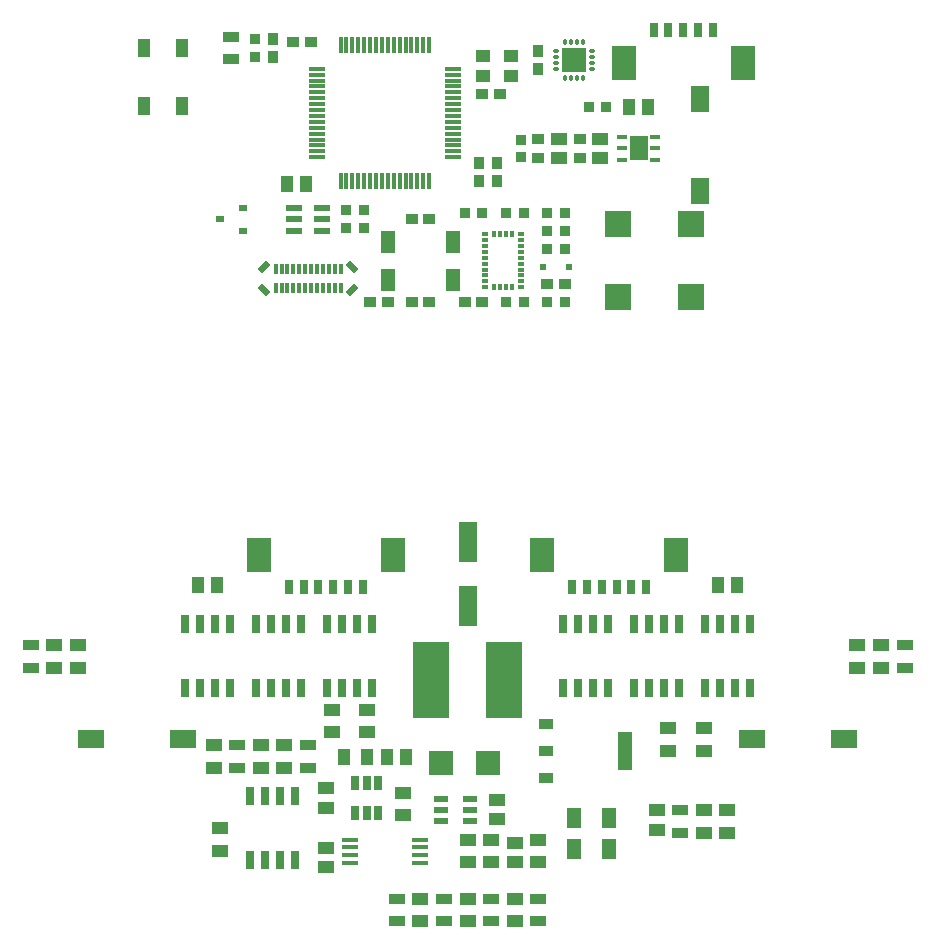
<source format=gtp>
G04*
G04 #@! TF.GenerationSoftware,Altium Limited,Altium Designer,20.0.13 (296)*
G04*
G04 Layer_Color=8421504*
%FSLAX25Y25*%
%MOIN*%
G70*
G01*
G75*
%ADD20R,0.03937X0.05906*%
%ADD21R,0.12008X0.25591*%
%ADD22R,0.01181X0.05807*%
%ADD23R,0.05807X0.01181*%
%ADD24R,0.01181X0.03347*%
G04:AMPARAMS|DCode=25|XSize=40.55mil|YSize=19.68mil|CornerRadius=0mil|HoleSize=0mil|Usage=FLASHONLY|Rotation=225.000|XOffset=0mil|YOffset=0mil|HoleType=Round|Shape=Rectangle|*
%AMROTATEDRECTD25*
4,1,4,0.00738,0.02130,0.02130,0.00738,-0.00738,-0.02130,-0.02130,-0.00738,0.00738,0.02130,0.0*
%
%ADD25ROTATEDRECTD25*%

G04:AMPARAMS|DCode=26|XSize=40.55mil|YSize=19.68mil|CornerRadius=0mil|HoleSize=0mil|Usage=FLASHONLY|Rotation=135.000|XOffset=0mil|YOffset=0mil|HoleType=Round|Shape=Rectangle|*
%AMROTATEDRECTD26*
4,1,4,0.02130,-0.00738,0.00738,-0.02130,-0.02130,0.00738,-0.00738,0.02130,0.02130,-0.00738,0.0*
%
%ADD26ROTATEDRECTD26*%

%ADD27R,0.03150X0.05118*%
%ADD28R,0.08268X0.11811*%
%ADD29R,0.05512X0.03543*%
%ADD30R,0.02756X0.02362*%
%ADD31R,0.03819X0.04095*%
%ADD32R,0.07874X0.07874*%
%ADD33O,0.01181X0.02559*%
%ADD34O,0.02559X0.01181*%
%ADD35R,0.04764X0.04173*%
%ADD36R,0.05900X0.07900*%
%ADD37R,0.03200X0.01600*%
%ADD38R,0.03937X0.03347*%
%ADD39R,0.04095X0.03819*%
%ADD40R,0.05354X0.02362*%
%ADD41R,0.04016X0.05787*%
%ADD42R,0.02756X0.06004*%
%ADD43R,0.05709X0.03937*%
%ADD44R,0.04921X0.07087*%
%ADD45R,0.06299X0.08622*%
%ADD46R,0.05787X0.04016*%
%ADD47R,0.03543X0.03740*%
%ADD48R,0.03740X0.03543*%
%ADD49R,0.05158X0.03661*%
%ADD50R,0.05158X0.12756*%
%ADD51R,0.08622X0.06299*%
%ADD52R,0.08268X0.11811*%
%ADD53R,0.03150X0.05118*%
%ADD54R,0.06299X0.13780*%
%ADD55R,0.05118X0.07480*%
%ADD56R,0.02362X0.01181*%
%ADD57R,0.01181X0.02362*%
%ADD58R,0.08661X0.08661*%
%ADD59R,0.02362X0.02362*%
%ADD60R,0.02559X0.04724*%
%ADD61R,0.05807X0.01772*%
%ADD62R,0.03937X0.05709*%
%ADD63R,0.04724X0.02362*%
D20*
X-107899Y100794D02*
D03*
Y120085D02*
D03*
X-95301Y100794D02*
D03*
Y120085D02*
D03*
D21*
X12205Y-90551D02*
D03*
X-12205D02*
D03*
D22*
X-42323Y75835D02*
D03*
X-40354D02*
D03*
X-38386D02*
D03*
X-36417D02*
D03*
X-34449Y75835D02*
D03*
X-32480Y75835D02*
D03*
X-30512D02*
D03*
X-28543D02*
D03*
X-26575D02*
D03*
X-24606D02*
D03*
X-22638D02*
D03*
X-20669Y75835D02*
D03*
X-18701Y75835D02*
D03*
X-16732D02*
D03*
X-14764D02*
D03*
X-12795D02*
D03*
Y121016D02*
D03*
X-14764D02*
D03*
X-16732D02*
D03*
X-18701D02*
D03*
X-20669Y121016D02*
D03*
X-22638Y121016D02*
D03*
X-24606D02*
D03*
X-26575D02*
D03*
X-28543D02*
D03*
X-30512D02*
D03*
X-32480D02*
D03*
X-34449Y121016D02*
D03*
X-36417Y121016D02*
D03*
X-38386D02*
D03*
X-40354D02*
D03*
X-42323D02*
D03*
D23*
X-4969Y83661D02*
D03*
Y85630D02*
D03*
Y87598D02*
D03*
Y89567D02*
D03*
X-4969Y91535D02*
D03*
X-4969Y93504D02*
D03*
Y95472D02*
D03*
Y97441D02*
D03*
Y99410D02*
D03*
Y101378D02*
D03*
Y103347D02*
D03*
X-4969Y105315D02*
D03*
X-4969Y107283D02*
D03*
Y109252D02*
D03*
Y111221D02*
D03*
Y113189D02*
D03*
X-50150D02*
D03*
Y111221D02*
D03*
Y109252D02*
D03*
Y107283D02*
D03*
X-50150Y105315D02*
D03*
X-50150Y103347D02*
D03*
Y101378D02*
D03*
Y99410D02*
D03*
Y97441D02*
D03*
Y95472D02*
D03*
Y93504D02*
D03*
X-50150Y91535D02*
D03*
X-50150Y89567D02*
D03*
Y87598D02*
D03*
Y85630D02*
D03*
Y83661D02*
D03*
D24*
X-42323Y40039D02*
D03*
X-44291D02*
D03*
X-46260D02*
D03*
X-48228D02*
D03*
X-50197D02*
D03*
X-52165D02*
D03*
X-54134D02*
D03*
X-56102D02*
D03*
X-58071D02*
D03*
X-60039D02*
D03*
X-62008D02*
D03*
X-63976D02*
D03*
Y46575D02*
D03*
X-62008D02*
D03*
X-60039D02*
D03*
X-58071D02*
D03*
X-56102D02*
D03*
X-54134D02*
D03*
X-52165D02*
D03*
X-50197D02*
D03*
X-48228D02*
D03*
X-46260D02*
D03*
X-44291D02*
D03*
X-42323D02*
D03*
D25*
X-38386Y39370D02*
D03*
X-67913Y47244D02*
D03*
D26*
X-38386D02*
D03*
X-67913Y39370D02*
D03*
D27*
X62063Y125957D02*
D03*
X66984D02*
D03*
X71905D02*
D03*
X76827D02*
D03*
X81748D02*
D03*
D28*
X91787Y114933D02*
D03*
X52024D02*
D03*
D29*
X-78740Y116339D02*
D03*
Y123819D02*
D03*
X23622Y-163583D02*
D03*
Y-171063D02*
D03*
X145669Y-78937D02*
D03*
Y-86417D02*
D03*
X-145669Y-78937D02*
D03*
Y-86417D02*
D03*
X-76772Y-119882D02*
D03*
Y-112402D02*
D03*
X-53150Y-119882D02*
D03*
Y-112402D02*
D03*
X70866Y-134055D02*
D03*
Y-141535D02*
D03*
X-23622Y-171063D02*
D03*
Y-163583D02*
D03*
X-7874Y-163583D02*
D03*
Y-171063D02*
D03*
X7874Y-163583D02*
D03*
Y-171063D02*
D03*
D30*
X-82677Y62992D02*
D03*
X-74803Y66732D02*
D03*
Y59252D02*
D03*
D31*
X-64961Y122992D02*
D03*
Y117165D02*
D03*
X23622Y113228D02*
D03*
Y119055D02*
D03*
X9843Y81653D02*
D03*
Y75827D02*
D03*
X3937D02*
D03*
Y81653D02*
D03*
D32*
X35433Y116142D02*
D03*
X6890Y-118110D02*
D03*
X-8858D02*
D03*
D33*
X32480Y122244D02*
D03*
X34449D02*
D03*
X36417D02*
D03*
X38386D02*
D03*
Y110039D02*
D03*
X36417D02*
D03*
X34449D02*
D03*
X32480D02*
D03*
D34*
X41535Y119095D02*
D03*
Y117126D02*
D03*
Y115157D02*
D03*
Y113189D02*
D03*
X29331D02*
D03*
Y115157D02*
D03*
Y117126D02*
D03*
Y119095D02*
D03*
D35*
X5315Y117421D02*
D03*
X14370D02*
D03*
Y110925D02*
D03*
X5315D02*
D03*
D36*
X57187Y86714D02*
D03*
D37*
X51587Y82914D02*
D03*
Y86614D02*
D03*
Y90314D02*
D03*
X62587D02*
D03*
Y86614D02*
D03*
Y82914D02*
D03*
D38*
X37402Y83465D02*
D03*
Y89764D02*
D03*
X23622D02*
D03*
Y83465D02*
D03*
D39*
X-32441Y35433D02*
D03*
X-26614D02*
D03*
X4961Y104724D02*
D03*
X10787D02*
D03*
X-52205Y122047D02*
D03*
X-58031D02*
D03*
X-12835Y62992D02*
D03*
X-18661D02*
D03*
Y35433D02*
D03*
X-12835D02*
D03*
X4882D02*
D03*
X-945D02*
D03*
X32441Y41339D02*
D03*
X26614D02*
D03*
D40*
X-48524Y66732D02*
D03*
Y62992D02*
D03*
Y59252D02*
D03*
X-57776D02*
D03*
Y62992D02*
D03*
Y66732D02*
D03*
D41*
X89803Y-59055D02*
D03*
X83425D02*
D03*
X-83425D02*
D03*
X-89803D02*
D03*
X-60276Y74803D02*
D03*
X-53898D02*
D03*
X53898Y100394D02*
D03*
X60276D02*
D03*
X-26811Y-116142D02*
D03*
X-20433D02*
D03*
D42*
X-79114Y-72000D02*
D03*
X-89114D02*
D03*
X-94114D02*
D03*
X-84114D02*
D03*
X-79114Y-93354D02*
D03*
X-89114D02*
D03*
X-94114D02*
D03*
X-84114D02*
D03*
X-70492Y-93354D02*
D03*
X-65492D02*
D03*
X-60492D02*
D03*
X-55492D02*
D03*
Y-72000D02*
D03*
X-60492D02*
D03*
X-65492D02*
D03*
X-70492D02*
D03*
X-31870D02*
D03*
X-36870D02*
D03*
X-41870D02*
D03*
X-46870D02*
D03*
Y-93354D02*
D03*
X-41870D02*
D03*
X-36870D02*
D03*
X-31870D02*
D03*
X55492D02*
D03*
X60492D02*
D03*
X65492D02*
D03*
X70492D02*
D03*
Y-72000D02*
D03*
X65492D02*
D03*
X60492D02*
D03*
X55492D02*
D03*
X46870Y-72000D02*
D03*
X41870D02*
D03*
X36870D02*
D03*
X31870D02*
D03*
Y-93354D02*
D03*
X36870D02*
D03*
X41870D02*
D03*
X46870D02*
D03*
X79114Y-72000D02*
D03*
X84114D02*
D03*
X89114D02*
D03*
X94114D02*
D03*
Y-93354D02*
D03*
X89114D02*
D03*
X84114D02*
D03*
X79114D02*
D03*
X-72461Y-150441D02*
D03*
X-67461D02*
D03*
X-62461D02*
D03*
X-57460D02*
D03*
Y-129087D02*
D03*
X-62461D02*
D03*
X-67461D02*
D03*
X-72461D02*
D03*
D43*
X78740Y-114173D02*
D03*
Y-106693D02*
D03*
X66929Y-114173D02*
D03*
Y-106693D02*
D03*
X86614Y-141535D02*
D03*
Y-134055D02*
D03*
X-33465Y-108071D02*
D03*
Y-100591D02*
D03*
X-45276Y-108071D02*
D03*
Y-100591D02*
D03*
X137795Y-86417D02*
D03*
Y-78937D02*
D03*
X129921Y-86417D02*
D03*
Y-78937D02*
D03*
X-129921Y-86417D02*
D03*
Y-78937D02*
D03*
X-68898Y-112402D02*
D03*
Y-119882D02*
D03*
X-61024Y-119882D02*
D03*
Y-112401D02*
D03*
X-82677Y-139961D02*
D03*
Y-147441D02*
D03*
X-21654Y-135630D02*
D03*
Y-128150D02*
D03*
X23622Y-151378D02*
D03*
Y-143898D02*
D03*
X7874D02*
D03*
Y-151378D02*
D03*
X0D02*
D03*
Y-143898D02*
D03*
X78740Y-141535D02*
D03*
Y-134055D02*
D03*
X-84646Y-119882D02*
D03*
Y-112402D02*
D03*
X0Y-171063D02*
D03*
Y-163583D02*
D03*
X15748Y-171063D02*
D03*
Y-163583D02*
D03*
X-15748Y-163583D02*
D03*
Y-171063D02*
D03*
X-137795Y-78937D02*
D03*
Y-86417D02*
D03*
D44*
X47244Y-146850D02*
D03*
Y-136614D02*
D03*
X35433Y-146850D02*
D03*
Y-136614D02*
D03*
D45*
X77342Y72480D02*
D03*
Y103080D02*
D03*
D46*
X30512Y89803D02*
D03*
Y83425D02*
D03*
X44291Y89803D02*
D03*
Y83425D02*
D03*
X-47244Y-126732D02*
D03*
Y-133110D02*
D03*
Y-152795D02*
D03*
Y-146417D02*
D03*
X15748Y-145000D02*
D03*
Y-151378D02*
D03*
X9843Y-137047D02*
D03*
Y-130669D02*
D03*
X62992Y-140433D02*
D03*
Y-134055D02*
D03*
D47*
X46260Y100394D02*
D03*
X40354D02*
D03*
X-40354Y60039D02*
D03*
X-34449D02*
D03*
X-40354Y65945D02*
D03*
X-34449D02*
D03*
X-984Y64961D02*
D03*
X4921D02*
D03*
X18701Y35433D02*
D03*
X12795D02*
D03*
X18701Y64961D02*
D03*
X12795D02*
D03*
X26575D02*
D03*
X32480D02*
D03*
Y59055D02*
D03*
X26575D02*
D03*
Y53150D02*
D03*
X32480D02*
D03*
X26575Y35433D02*
D03*
X32480D02*
D03*
D48*
X17717Y89567D02*
D03*
Y83661D02*
D03*
X-70866Y117126D02*
D03*
Y123031D02*
D03*
D49*
X26201Y-105157D02*
D03*
Y-114173D02*
D03*
Y-123189D02*
D03*
D50*
X52539Y-114173D02*
D03*
D51*
X-125535Y-110236D02*
D03*
X-94936D02*
D03*
X94937D02*
D03*
X125537D02*
D03*
D52*
X24902Y-48819D02*
D03*
X69587D02*
D03*
X-69587D02*
D03*
X-24902D02*
D03*
D53*
X34941Y-59646D02*
D03*
X39862D02*
D03*
X44783D02*
D03*
X49705D02*
D03*
X54626D02*
D03*
X59547D02*
D03*
X-59547D02*
D03*
X-54626D02*
D03*
X-49705D02*
D03*
X-44783D02*
D03*
X-39862D02*
D03*
X-34941D02*
D03*
D54*
X0Y-44488D02*
D03*
Y-65748D02*
D03*
D55*
X-4921Y42913D02*
D03*
X-26575D02*
D03*
Y55512D02*
D03*
X-4921D02*
D03*
D56*
X5709Y42323D02*
D03*
Y44291D02*
D03*
Y46260D02*
D03*
Y48228D02*
D03*
Y50197D02*
D03*
Y52165D02*
D03*
Y54134D02*
D03*
Y56102D02*
D03*
Y58071D02*
D03*
X17913D02*
D03*
Y56102D02*
D03*
Y54134D02*
D03*
Y52165D02*
D03*
Y50197D02*
D03*
Y48228D02*
D03*
Y46260D02*
D03*
Y44291D02*
D03*
Y42323D02*
D03*
Y40354D02*
D03*
X5709D02*
D03*
D57*
X8858Y58071D02*
D03*
X10827D02*
D03*
X12795D02*
D03*
X14764D02*
D03*
Y40354D02*
D03*
X12795D02*
D03*
X10827D02*
D03*
X8858D02*
D03*
D58*
X74405Y37008D02*
D03*
Y61417D02*
D03*
X49995D02*
D03*
Y37008D02*
D03*
D59*
X25197Y47244D02*
D03*
X33858D02*
D03*
D60*
X-37402Y-125000D02*
D03*
X-33661D02*
D03*
X-29921D02*
D03*
Y-134843D02*
D03*
X-33661D02*
D03*
X-37402D02*
D03*
D61*
X-39126Y-151476D02*
D03*
Y-148917D02*
D03*
Y-146358D02*
D03*
Y-143799D02*
D03*
X-15992D02*
D03*
Y-146358D02*
D03*
Y-148917D02*
D03*
Y-151476D02*
D03*
D62*
X-33661Y-116142D02*
D03*
X-41142D02*
D03*
D63*
X984Y-130118D02*
D03*
Y-133858D02*
D03*
Y-137599D02*
D03*
X-8858D02*
D03*
Y-133858D02*
D03*
Y-130118D02*
D03*
M02*

</source>
